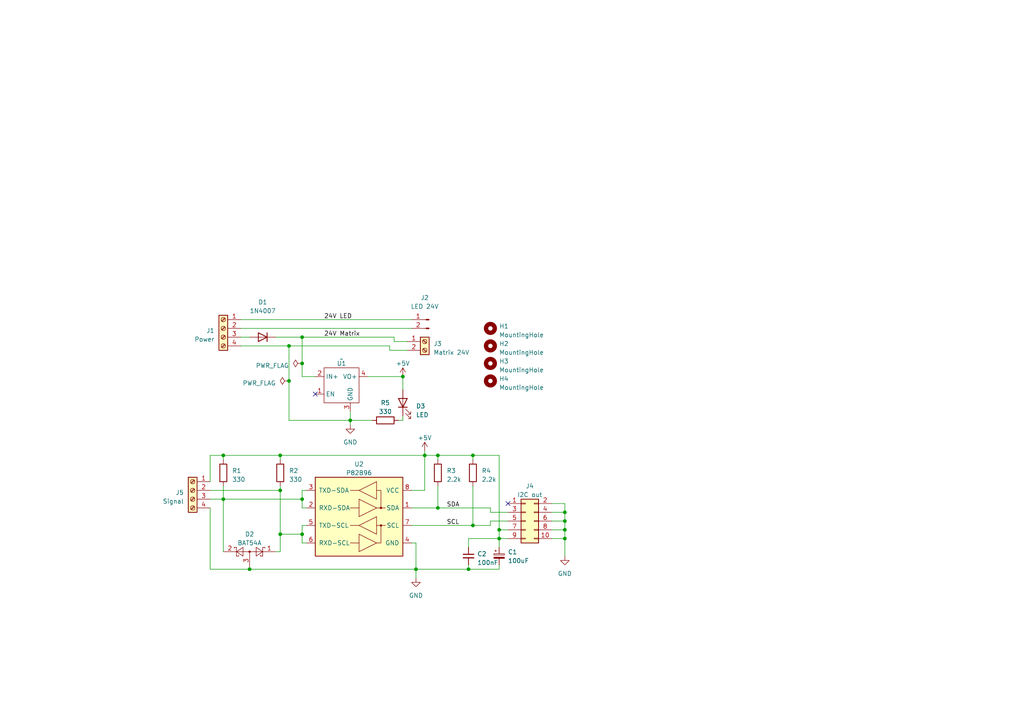
<source format=kicad_sch>
(kicad_sch (version 20230121) (generator eeschema)
  (paper "A4")
  (lib_symbols
    (symbol "Connector:Conn_01x02_Pin" (pin_names (offset 1.016) hide)
      (property "Reference" "J" (at 0 2.54 0))
      (property "Value" "Conn_01x02_Pin" (at 0 -5.08 0))
      (symbol "Conn_01x02_Pin_1_1"
        (polyline (pts (xy 1.27 -2.54) (xy 0.8636 -2.54)) (stroke (width 0.1524)))
        (polyline (pts (xy 1.27 0) (xy 0.8636 0)) (stroke (width 0.1524)))
        (rectangle (start 0.8636 -2.413) (end 0 -2.667) (stroke (width 0.1524)) (fill (type outline)))
        (rectangle (start 0.8636 0.127) (end 0 -0.127) (stroke (width 0.1524)) (fill (type outline)))
        (pin passive line (at 5.08 0 180) (length 3.81) (name "Pin_1") (number "1"))
        (pin passive line (at 5.08 -2.54 180) (length 3.81) (name "Pin_2") (number "2"))
      )
    )
    (symbol "Connector:Screw_Terminal_01x02" (pin_names (offset 1.016) hide)
      (property "Reference" "J" (at 0 2.54 0))
      (property "Value" "Screw_Terminal_01x02" (at 0 -5.08 0))
      (symbol "Screw_Terminal_01x02_1_1"
        (rectangle (start -1.27 1.27) (end 1.27 -3.81) (stroke (width 0.254)) (fill (type background)))
        (circle (center 0 -2.54) (radius 0.635) (stroke (width 0.1524)))
        (polyline (pts (xy -0.5334 -2.2098) (xy 0.3302 -3.048)) (stroke (width 0.1524)))
        (polyline (pts (xy -0.5334 0.3302) (xy 0.3302 -0.508)) (stroke (width 0.1524)))
        (polyline (pts (xy -0.3556 -2.032) (xy 0.508 -2.8702)) (stroke (width 0.1524)))
        (polyline (pts (xy -0.3556 0.508) (xy 0.508 -0.3302)) (stroke (width 0.1524)))
        (circle (center 0 0) (radius 0.635) (stroke (width 0.1524)))
        (pin passive line (at -5.08 0 0) (length 3.81) (name "Pin_1") (number "1"))
        (pin passive line (at -5.08 -2.54 0) (length 3.81) (name "Pin_2") (number "2"))
      )
    )
    (symbol "Connector:Screw_Terminal_01x04" (pin_names (offset 1.016) hide)
      (property "Reference" "J" (at 0 5.08 0))
      (property "Value" "Screw_Terminal_01x04" (at 0 -7.62 0))
      (symbol "Screw_Terminal_01x04_1_1"
        (rectangle (start -1.27 3.81) (end 1.27 -6.35) (stroke (width 0.254)) (fill (type background)))
        (circle (center 0 -5.08) (radius 0.635) (stroke (width 0.1524)))
        (circle (center 0 -2.54) (radius 0.635) (stroke (width 0.1524)))
        (polyline (pts (xy -0.5334 -4.7498) (xy 0.3302 -5.588)) (stroke (width 0.1524)))
        (polyline (pts (xy -0.5334 -2.2098) (xy 0.3302 -3.048)) (stroke (width 0.1524)))
        (polyline (pts (xy -0.5334 0.3302) (xy 0.3302 -0.508)) (stroke (width 0.1524)))
        (polyline (pts (xy -0.5334 2.8702) (xy 0.3302 2.032)) (stroke (width 0.1524)))
        (polyline (pts (xy -0.3556 -4.572) (xy 0.508 -5.4102)) (stroke (width 0.1524)))
        (polyline (pts (xy -0.3556 -2.032) (xy 0.508 -2.8702)) (stroke (width 0.1524)))
        (polyline (pts (xy -0.3556 0.508) (xy 0.508 -0.3302)) (stroke (width 0.1524)))
        (polyline (pts (xy -0.3556 3.048) (xy 0.508 2.2098)) (stroke (width 0.1524)))
        (circle (center 0 0) (radius 0.635) (stroke (width 0.1524)))
        (circle (center 0 2.54) (radius 0.635) (stroke (width 0.1524)))
        (pin passive line (at -5.08 2.54 0) (length 3.81) (name "Pin_1") (number "1"))
        (pin passive line (at -5.08 0 0) (length 3.81) (name "Pin_2") (number "2"))
        (pin passive line (at -5.08 -2.54 0) (length 3.81) (name "Pin_3") (number "3"))
        (pin passive line (at -5.08 -5.08 0) (length 3.81) (name "Pin_4") (number "4"))
      )
    )
    (symbol "Connector_Generic:Conn_02x05_Odd_Even" (pin_names (offset 1.016) hide)
      (property "Reference" "J" (at 1.27 7.62 0))
      (property "Value" "Conn_02x05_Odd_Even" (at 1.27 -7.62 0))
      (symbol "Conn_02x05_Odd_Even_1_1"
        (rectangle (start -1.27 -4.953) (end 0 -5.207) (stroke (width 0.1524)))
        (rectangle (start -1.27 -2.413) (end 0 -2.667) (stroke (width 0.1524)))
        (rectangle (start -1.27 0.127) (end 0 -0.127) (stroke (width 0.1524)))
        (rectangle (start -1.27 2.667) (end 0 2.413) (stroke (width 0.1524)))
        (rectangle (start -1.27 5.207) (end 0 4.953) (stroke (width 0.1524)))
        (rectangle (start -1.27 6.35) (end 3.81 -6.35) (stroke (width 0.254)) (fill (type background)))
        (rectangle (start 3.81 -4.953) (end 2.54 -5.207) (stroke (width 0.1524)))
        (rectangle (start 3.81 -2.413) (end 2.54 -2.667) (stroke (width 0.1524)))
        (rectangle (start 3.81 0.127) (end 2.54 -0.127) (stroke (width 0.1524)))
        (rectangle (start 3.81 2.667) (end 2.54 2.413) (stroke (width 0.1524)))
        (rectangle (start 3.81 5.207) (end 2.54 4.953) (stroke (width 0.1524)))
        (pin passive line (at -5.08 5.08 0) (length 3.81) (name "Pin_1") (number "1"))
        (pin passive line (at 7.62 -5.08 180) (length 3.81) (name "Pin_10") (number "10"))
        (pin passive line (at 7.62 5.08 180) (length 3.81) (name "Pin_2") (number "2"))
        (pin passive line (at -5.08 2.54 0) (length 3.81) (name "Pin_3") (number "3"))
        (pin passive line (at 7.62 2.54 180) (length 3.81) (name "Pin_4") (number "4"))
        (pin passive line (at -5.08 0 0) (length 3.81) (name "Pin_5") (number "5"))
        (pin passive line (at 7.62 0 180) (length 3.81) (name "Pin_6") (number "6"))
        (pin passive line (at -5.08 -2.54 0) (length 3.81) (name "Pin_7") (number "7"))
        (pin passive line (at 7.62 -2.54 180) (length 3.81) (name "Pin_8") (number "8"))
        (pin passive line (at -5.08 -5.08 0) (length 3.81) (name "Pin_9") (number "9"))
      )
    )
    (symbol "Device:C_Polarized_Small" (pin_numbers hide) (pin_names (offset 0.254) hide)
      (property "Reference" "C" (at 0.254 1.778 0))
      (property "Value" "C_Polarized_Small" (at 0.254 -2.032 0))
      (symbol "C_Polarized_Small_0_1"
        (rectangle (start -1.524 -0.3048) (end 1.524 -0.6858) (fill (type outline)))
        (rectangle (start -1.524 0.6858) (end 1.524 0.3048))
        (polyline (pts (xy -1.27 1.524) (xy -0.762 1.524)))
        (polyline (pts (xy -1.016 1.27) (xy -1.016 1.778)))
      )
      (symbol "C_Polarized_Small_1_1"
        (pin passive line (at 0 2.54 270) (length 1.8542) (name "~") (number "1"))
        (pin passive line (at 0 -2.54 90) (length 1.8542) (name "~") (number "2"))
      )
    )
    (symbol "Device:C_Small" (pin_numbers hide) (pin_names (offset 0.254) hide)
      (property "Reference" "C" (at 0.254 1.778 0))
      (property "Value" "C_Small" (at 0.254 -2.032 0))
      (symbol "C_Small_0_1"
        (polyline (pts (xy -1.524 -0.508) (xy 1.524 -0.508)) (stroke (width 0.3302)))
        (polyline (pts (xy -1.524 0.508) (xy 1.524 0.508)) (stroke (width 0.3048)))
      )
      (symbol "C_Small_1_1"
        (pin passive line (at 0 2.54 270) (length 2.032) (name "~") (number "1"))
        (pin passive line (at 0 -2.54 90) (length 2.032) (name "~") (number "2"))
      )
    )
    (symbol "Device:LED" (pin_numbers hide) (pin_names (offset 1.016) hide)
      (property "Reference" "D" (at 0 2.54 0))
      (property "Value" "LED" (at 0 -2.54 0))
      (symbol "LED_0_1"
        (polyline (pts (xy -1.27 -1.27) (xy -1.27 1.27)) (stroke (width 0.254)))
        (polyline (pts (xy -1.27 0) (xy 1.27 0)))
        (polyline (pts (xy 1.27 -1.27) (xy 1.27 1.27) (xy -1.27 0) (xy 1.27 -1.27)) (stroke (width 0.254)))
        (polyline (pts (xy -3.048 -0.762) (xy -4.572 -2.286) (xy -3.81 -2.286) (xy -4.572 -2.286) (xy -4.572 -1.524)))
        (polyline (pts (xy -1.778 -0.762) (xy -3.302 -2.286) (xy -2.54 -2.286) (xy -3.302 -2.286) (xy -3.302 -1.524)))
      )
      (symbol "LED_1_1"
        (pin passive line (at -3.81 0 0) (length 2.54) (name "K") (number "1"))
        (pin passive line (at 3.81 0 180) (length 2.54) (name "A") (number "2"))
      )
    )
    (symbol "Device:R" (pin_numbers hide) (pin_names (offset 0))
      (property "Reference" "R" (at 2.032 0 90))
      (property "Value" "R" (at 0 0 90))
      (symbol "R_0_1"
        (rectangle (start -1.016 -2.54) (end 1.016 2.54) (stroke (width 0.254)))
      )
      (symbol "R_1_1"
        (pin passive line (at 0 3.81 270) (length 1.27) (name "~") (number "1"))
        (pin passive line (at 0 -3.81 90) (length 1.27) (name "~") (number "2"))
      )
    )
    (symbol "Diode:1N4007" (pin_numbers hide) (pin_names hide)
      (property "Reference" "D" (at 0 2.54 0))
      (property "Value" "1N4007" (at 0 -2.54 0))
      (symbol "1N4007_0_1"
        (polyline (pts (xy -1.27 1.27) (xy -1.27 -1.27)) (stroke (width 0.254)))
        (polyline (pts (xy 1.27 0) (xy -1.27 0)))
        (polyline (pts (xy 1.27 1.27) (xy 1.27 -1.27) (xy -1.27 0) (xy 1.27 1.27)) (stroke (width 0.254)))
      )
      (symbol "1N4007_1_1"
        (pin passive line (at -3.81 0 0) (length 2.54) (name "K") (number "1"))
        (pin passive line (at 3.81 0 180) (length 2.54) (name "A") (number "2"))
      )
    )
    (symbol "Diode:BAT54A" (pin_names (offset 1.016))
      (property "Reference" "D" (at 0.635 -3.81 0))
      (property "Value" "BAT54A" (at -6.35 3.175 0))
      (symbol "BAT54A_0_1"
        (polyline (pts (xy -4.445 1.27) (xy -4.445 1.016)))
        (polyline (pts (xy -3.81 -1.27) (xy -3.81 1.27)))
        (polyline (pts (xy -3.81 -1.27) (xy -3.175 -1.27)))
        (polyline (pts (xy -3.81 0) (xy -1.27 0)))
        (polyline (pts (xy -3.81 1.27) (xy -4.445 1.27)))
        (polyline (pts (xy -3.175 -1.27) (xy -3.175 -1.016)))
        (polyline (pts (xy -1.905 0) (xy 1.905 0)))
        (polyline (pts (xy 1.27 0) (xy 3.81 0)))
        (polyline (pts (xy 3.175 -1.27) (xy 3.175 -1.016)))
        (polyline (pts (xy 3.81 -1.27) (xy 3.175 -1.27)))
        (polyline (pts (xy 3.81 -1.27) (xy 3.81 1.27)))
        (polyline (pts (xy 3.81 1.27) (xy 4.445 1.27)))
        (polyline (pts (xy 4.445 1.27) (xy 4.445 1.016)))
        (polyline (pts (xy -1.905 1.27) (xy -1.905 -1.27) (xy -3.81 0) (xy -1.905 1.27)))
        (polyline (pts (xy 1.905 1.27) (xy 1.905 -1.27) (xy 3.81 0) (xy 1.905 1.27)))
        (circle (center 0 0) (radius 0.254) (fill (type outline)))
      )
      (symbol "BAT54A_1_1"
        (pin passive line (at -7.62 0 0) (length 3.81) (name "~") (number "1"))
        (pin passive line (at 7.62 0 180) (length 3.81) (name "~") (number "2"))
        (pin passive line (at 0 -5.08 90) (length 5.08) (name "~") (number "3"))
      )
    )
    (symbol "Interface_Expansion:P82B96" (pin_names (offset 1.016))
      (property "Reference" "U" (at -12.7 12.7 0))
      (property "Value" "P82B96" (at 5.08 12.7 0))
      (symbol "P82B96_0_1"
        (rectangle (start -12.7 11.43) (end 12.7 -11.43) (stroke (width 0.254)) (fill (type background)))
        (circle (center -6.35 -2.54) (radius 0.127))
        (circle (center -6.35 -2.54) (radius 0.254))
        (circle (center -6.35 2.54) (radius 0.127))
        (circle (center -6.35 2.54) (radius 0.254))
        (polyline (pts (xy -5.08 -2.54) (xy -7.62 -2.54)))
        (polyline (pts (xy 0 -7.62) (xy 2.54 -7.62)))
        (polyline (pts (xy 0 -2.54) (xy 2.54 -2.54)))
        (polyline (pts (xy -5.08 -7.62) (xy -6.35 -7.62) (xy -6.35 -2.54)))
        (polyline (pts (xy -5.08 2.54) (xy -7.62 2.54) (xy -7.62 2.54)))
        (polyline (pts (xy 0 7.62) (xy 2.54 7.62) (xy 2.54 7.62)))
        (polyline (pts (xy 2.54 2.54) (xy 0 2.54) (xy 0 2.54)))
        (polyline (pts (xy -6.35 2.54) (xy -6.35 7.62) (xy -5.08 7.62) (xy -5.08 7.62)))
        (polyline (pts (xy -5.08 0) (xy -5.08 -5.08) (xy 0 -2.54) (xy -5.08 0) (xy -5.08 0)))
        (polyline (pts (xy -5.08 10.16) (xy -5.08 5.08) (xy 0 7.62) (xy -5.08 10.16) (xy -5.08 10.16)))
        (polyline (pts (xy 0 -5.08) (xy -5.08 -7.62) (xy 0 -10.16) (xy 0 -5.08) (xy 0 -5.08)))
        (polyline (pts (xy 0 5.08) (xy -5.08 2.54) (xy 0 0) (xy 0 5.08) (xy 0 5.08)))
      )
      (symbol "P82B96_1_1"
        (pin bidirectional line (at -15.24 2.54 0) (length 2.54) (name "SDA") (number "1"))
        (pin input line (at 15.24 2.54 180) (length 2.54) (name "RXD-SDA") (number "2"))
        (pin output line (at 15.24 7.62 180) (length 2.54) (name "TXD-SDA") (number "3"))
        (pin power_in line (at -15.24 -7.62 0) (length 2.54) (name "GND") (number "4"))
        (pin output line (at 15.24 -2.54 180) (length 2.54) (name "TXD-SCL") (number "5"))
        (pin input line (at 15.24 -7.62 180) (length 2.54) (name "RXD-SCL") (number "6"))
        (pin bidirectional line (at -15.24 -2.54 0) (length 2.54) (name "SCL") (number "7"))
        (pin power_in line (at -15.24 7.62 0) (length 2.54) (name "VCC") (number "8"))
      )
    )
    (symbol "Mechanical:MountingHole" (pin_names (offset 1.016))
      (property "Reference" "H" (at 0 5.08 0))
      (property "Value" "MountingHole" (at 0 3.175 0))
      (symbol "MountingHole_0_1"
        (circle (center 0 0) (radius 1.27) (stroke (width 1.27)))
      )
    )
    (symbol "VictorLib:Min_DC-DC"
      (property "Reference" "U" (at 0 0 0))
      (symbol "Min_DC-DC_0_1"
        (rectangle (start -5.08 -2.54) (end 5.08 -12.7))
      )
      (symbol "Min_DC-DC_1_1"
        (pin input line (at -7.62 -10.16 0) (length 2.54) (name "EN") (number "1"))
        (pin power_in line (at -7.62 -5.08 0) (length 2.54) (name "IN+") (number "2"))
        (pin power_in line (at 2.54 -15.24 90) (length 2.54) (name "GND") (number "3"))
        (pin power_out line (at 7.62 -5.08 180) (length 2.54) (name "VO+") (number "4"))
      )
    )
    (symbol "power:+5V" (power) (pin_names (offset 0))
      (property "Value" "+5V" (at 0 3.556 0))
      (symbol "+5V_0_1"
        (polyline (pts (xy -0.762 1.27) (xy 0 2.54)))
        (polyline (pts (xy 0 0) (xy 0 2.54)))
        (polyline (pts (xy 0 2.54) (xy 0.762 1.27)))
      )
      (symbol "+5V_1_1"
        (pin power_in line (at 0 0 90) (length 0) hide (name "+5V") (number "1"))
      )
    )
    (symbol "power:GND" (power) (pin_names (offset 0))
      (property "Value" "GND" (at 0 -3.81 0))
      (symbol "GND_0_1"
        (polyline (pts (xy 0 0) (xy 0 -1.27) (xy 1.27 -1.27) (xy 0 -2.54) (xy -1.27 -1.27) (xy 0 -1.27)))
      )
      (symbol "GND_1_1"
        (pin power_in line (at 0 0 270) (length 0) hide (name "GND") (number "1"))
      )
    )
    (symbol "power:PWR_FLAG" (power) (pin_numbers hide) (pin_names (offset 0) hide)
      (property "Value" "PWR_FLAG" (at 0 3.81 0))
      (symbol "PWR_FLAG_0_0"
        (pin power_out line (at 0 0 90) (length 0) (name "pwr") (number "1"))
      )
      (symbol "PWR_FLAG_0_1"
        (polyline (pts (xy 0 0) (xy 0 1.27) (xy -1.016 1.905) (xy 0 2.54) (xy 1.016 1.905) (xy 0 1.27)))
      )
    )
  )
  (junction (at 163.83 156.21))
  (junction (at 87.63 144.78))
  (junction (at 144.78 153.67))
  (junction (at 123.19 132.08))
  (junction (at 72.39 165.1))
  (junction (at 135.89 165.1))
  (junction (at 64.77 132.08))
  (junction (at 116.84 109.22))
  (junction (at 137.16 152.4))
  (junction (at 163.83 148.59))
  (junction (at 83.82 110.49))
  (junction (at 101.6 121.92))
  (junction (at 144.78 156.21))
  (junction (at 163.83 151.13))
  (junction (at 81.28 154.94))
  (junction (at 87.63 97.79))
  (junction (at 87.63 154.94))
  (junction (at 87.63 105.41))
  (junction (at 127 147.32))
  (junction (at 137.16 132.08))
  (junction (at 81.28 142.24))
  (junction (at 64.77 144.78))
  (junction (at 120.65 165.1))
  (junction (at 81.28 132.08))
  (junction (at 127 132.08))
  (junction (at 163.83 153.67))
  (junction (at 83.82 100.33))
  (no_connect (at 91.44 114.3))
  (no_connect (at 147.32 146.05))
  (wire (pts (xy 60.96 132.08) (xy 64.77 132.08)))
  (wire (pts (xy 64.77 144.78) (xy 64.77 160.02)))
  (wire (pts (xy 127 132.08) (xy 127 133.35)))
  (wire (pts (xy 137.16 132.08) (xy 137.16 133.35)))
  (wire (pts (xy 114.3 99.06) (xy 118.11 99.06)))
  (wire (pts (xy 160.02 146.05) (xy 163.83 146.05)))
  (wire (pts (xy 142.24 148.59) (xy 147.32 148.59)))
  (wire (pts (xy 135.89 163.83) (xy 135.89 165.1)))
  (wire (pts (xy 69.85 100.33) (xy 83.82 100.33)))
  (wire (pts (xy 144.78 165.1) (xy 144.78 163.83)))
  (wire (pts (xy 160.02 151.13) (xy 163.83 151.13)))
  (wire (pts (xy 87.63 144.78) (xy 87.63 147.32)))
  (wire (pts (xy 87.63 142.24) (xy 87.63 144.78)))
  (wire (pts (xy 81.28 142.24) (xy 81.28 154.94)))
  (wire (pts (xy 64.77 132.08) (xy 81.28 132.08)))
  (wire (pts (xy 88.9 152.4) (xy 87.63 152.4)))
  (wire (pts (xy 163.83 153.67) (xy 163.83 156.21)))
  (wire (pts (xy 81.28 132.08) (xy 123.19 132.08)))
  (wire (pts (xy 135.89 165.1) (xy 144.78 165.1)))
  (wire (pts (xy 144.78 132.08) (xy 144.78 153.67)))
  (wire (pts (xy 87.63 109.22) (xy 91.44 109.22)))
  (wire (pts (xy 160.02 148.59) (xy 163.83 148.59)))
  (wire (pts (xy 83.82 110.49) (xy 83.82 121.92)))
  (wire (pts (xy 83.82 100.33) (xy 83.82 110.49)))
  (wire (pts (xy 60.96 165.1) (xy 72.39 165.1)))
  (wire (pts (xy 116.84 121.92) (xy 116.84 120.65)))
  (wire (pts (xy 81.28 140.97) (xy 81.28 142.24)))
  (wire (pts (xy 127 140.97) (xy 127 147.32)))
  (wire (pts (xy 81.28 132.08) (xy 81.28 133.35)))
  (wire (pts (xy 123.19 142.24) (xy 119.38 142.24)))
  (wire (pts (xy 114.3 97.79) (xy 114.3 99.06)))
  (wire (pts (xy 87.63 142.24) (xy 88.9 142.24)))
  (wire (pts (xy 163.83 156.21) (xy 163.83 161.29)))
  (wire (pts (xy 113.03 100.33) (xy 113.03 101.6)))
  (wire (pts (xy 144.78 156.21) (xy 144.78 153.67)))
  (wire (pts (xy 60.96 132.08) (xy 60.96 139.7)))
  (wire (pts (xy 60.96 142.24) (xy 81.28 142.24)))
  (wire (pts (xy 101.6 121.92) (xy 83.82 121.92)))
  (wire (pts (xy 80.01 97.79) (xy 87.63 97.79)))
  (wire (pts (xy 163.83 146.05) (xy 163.83 148.59)))
  (wire (pts (xy 64.77 144.78) (xy 87.63 144.78)))
  (wire (pts (xy 137.16 132.08) (xy 144.78 132.08)))
  (wire (pts (xy 123.19 132.08) (xy 123.19 142.24)))
  (wire (pts (xy 142.24 147.32) (xy 142.24 148.59)))
  (wire (pts (xy 106.68 109.22) (xy 116.84 109.22)))
  (wire (pts (xy 119.38 152.4) (xy 137.16 152.4)))
  (wire (pts (xy 127 132.08) (xy 137.16 132.08)))
  (wire (pts (xy 163.83 148.59) (xy 163.83 151.13)))
  (wire (pts (xy 87.63 97.79) (xy 87.63 105.41)))
  (wire (pts (xy 87.63 154.94) (xy 87.63 152.4)))
  (wire (pts (xy 60.96 144.78) (xy 64.77 144.78)))
  (wire (pts (xy 119.38 147.32) (xy 127 147.32)))
  (wire (pts (xy 163.83 151.13) (xy 163.83 153.67)))
  (wire (pts (xy 87.63 97.79) (xy 114.3 97.79)))
  (wire (pts (xy 64.77 140.97) (xy 64.77 144.78)))
  (wire (pts (xy 69.85 95.25) (xy 119.38 95.25)))
  (wire (pts (xy 83.82 100.33) (xy 113.03 100.33)))
  (wire (pts (xy 142.24 152.4) (xy 142.24 151.13)))
  (wire (pts (xy 101.6 121.92) (xy 107.95 121.92)))
  (wire (pts (xy 147.32 156.21) (xy 144.78 156.21)))
  (wire (pts (xy 87.63 154.94) (xy 87.63 157.48)))
  (wire (pts (xy 64.77 133.35) (xy 64.77 132.08)))
  (wire (pts (xy 135.89 156.21) (xy 135.89 158.75)))
  (wire (pts (xy 81.28 154.94) (xy 81.28 160.02)))
  (wire (pts (xy 144.78 153.67) (xy 147.32 153.67)))
  (wire (pts (xy 69.85 92.71) (xy 119.38 92.71)))
  (wire (pts (xy 137.16 152.4) (xy 142.24 152.4)))
  (wire (pts (xy 137.16 140.97) (xy 137.16 152.4)))
  (wire (pts (xy 101.6 121.92) (xy 101.6 123.19)))
  (wire (pts (xy 120.65 165.1) (xy 120.65 167.64)))
  (wire (pts (xy 81.28 160.02) (xy 80.01 160.02)))
  (wire (pts (xy 116.84 109.22) (xy 116.84 113.03)))
  (wire (pts (xy 88.9 147.32) (xy 87.63 147.32)))
  (wire (pts (xy 115.57 121.92) (xy 116.84 121.92)))
  (wire (pts (xy 120.65 157.48) (xy 119.38 157.48)))
  (wire (pts (xy 69.85 97.79) (xy 72.39 97.79)))
  (wire (pts (xy 60.96 165.1) (xy 60.96 147.32)))
  (wire (pts (xy 142.24 151.13) (xy 147.32 151.13)))
  (wire (pts (xy 87.63 157.48) (xy 88.9 157.48)))
  (wire (pts (xy 160.02 156.21) (xy 163.83 156.21)))
  (wire (pts (xy 144.78 156.21) (xy 144.78 158.75)))
  (wire (pts (xy 120.65 165.1) (xy 135.89 165.1)))
  (wire (pts (xy 72.39 165.1) (xy 120.65 165.1)))
  (wire (pts (xy 101.6 119.38) (xy 101.6 121.92)))
  (wire (pts (xy 127 147.32) (xy 142.24 147.32)))
  (wire (pts (xy 123.19 130.81) (xy 123.19 132.08)))
  (wire (pts (xy 160.02 153.67) (xy 163.83 153.67)))
  (wire (pts (xy 87.63 105.41) (xy 87.63 109.22)))
  (wire (pts (xy 144.78 156.21) (xy 135.89 156.21)))
  (wire (pts (xy 113.03 101.6) (xy 118.11 101.6)))
  (wire (pts (xy 120.65 157.48) (xy 120.65 165.1)))
  (wire (pts (xy 123.19 132.08) (xy 127 132.08)))
  (wire (pts (xy 81.28 154.94) (xy 87.63 154.94)))
  (label "24V Matrix" (at 93.98 97.79 0))
  (label "SDA" (at 129.54 147.32 0))
  (label "SCL" (at 129.54 152.4 0))
  (label "24V LED" (at 93.98 92.71 0))
  (symbol (lib_id "VictorLib:Min_DC-DC") (at 99.06 104.14 0) (unit 1)
    (property "Reference" "U1" (at 99.06 105.41 0))
    (property "Value" "~" (at 99.06 104.14 0))
    (property "Footprint" "VictorLib:Mini DC-DC" (effects hide))
  )
  (symbol (lib_id "power:+5V") (at 116.84 109.22 0) (unit 1)
    (property "Reference" "#PWR02" (effects hide))
    (property "Value" "+5V" (at 116.84 105.41 0))
  )
  (symbol (lib_id "Diode:1N4007") (at 76.2 97.79 180) (unit 1)
    (property "Reference" "D1" (at 76.2 87.63 0))
    (property "Value" "1N4007" (at 76.2 90.17 0))
    (property "Footprint" "Diode_THT:D_DO-41_SOD81_P10.16mm_Horizontal" (effects hide))
    (property "Datasheet" "http://www.vishay.com/docs/88503/1n4001.pdf" (effects hide))
    (property "Sim.Device" "D" (effects hide))
    (property "Sim.Pins" "1=K 2=A" (effects hide))
  )
  (symbol (lib_id "power:PWR_FLAG") (at 83.82 110.49 90) (unit 1)
    (property "Reference" "#FLG01" (effects hide))
    (property "Value" "PWR_FLAG" (at 80.01 111.125 90) (effects (justify left)))
  )
  (symbol (lib_id "Mechanical:MountingHole") (at 142.24 110.49 0) (unit 1)
    (property "Reference" "H4" (at 144.78 109.855 0) (effects (justify left)))
    (property "Value" "MountingHole" (at 144.78 112.395 0) (effects (justify left)))
    (property "Footprint" "MountingHole:MountingHole_3.2mm_M3_DIN965" (effects hide))
  )
  (symbol (lib_id "Device:R") (at 81.28 137.16 0) (unit 1)
    (property "Reference" "R2" (at 83.82 136.525 0) (effects (justify left)))
    (property "Value" "330" (at 83.82 139.065 0) (effects (justify left)))
    (property "Footprint" "Resistor_SMD:R_1206_3216Metric" (effects hide))
  )
  (symbol (lib_id "Device:R") (at 64.77 137.16 0) (unit 1)
    (property "Reference" "R1" (at 67.31 136.525 0) (effects (justify left)))
    (property "Value" "330" (at 67.31 139.065 0) (effects (justify left)))
    (property "Footprint" "Resistor_SMD:R_1206_3216Metric" (effects hide))
  )
  (symbol (lib_id "power:GND") (at 163.83 161.29 0) (unit 1)
    (property "Reference" "#PWR05" (effects hide))
    (property "Value" "GND" (at 163.83 166.37 0))
  )
  (symbol (lib_id "power:PWR_FLAG") (at 87.63 105.41 90) (unit 1)
    (property "Reference" "#FLG02" (effects hide))
    (property "Value" "PWR_FLAG" (at 83.82 106.045 90) (effects (justify left)))
  )
  (symbol (lib_id "Device:R") (at 127 137.16 0) (unit 1)
    (property "Reference" "R3" (at 129.54 136.525 0) (effects (justify left)))
    (property "Value" "2.2k" (at 129.54 139.065 0) (effects (justify left)))
    (property "Footprint" "Resistor_SMD:R_1206_3216Metric" (effects hide))
  )
  (symbol (lib_id "Device:R") (at 111.76 121.92 90) (unit 1)
    (property "Reference" "R5" (at 111.76 116.84 90))
    (property "Value" "330" (at 111.76 119.38 90))
    (property "Footprint" "Resistor_SMD:R_1206_3216Metric" (effects hide))
  )
  (symbol (lib_id "Device:C_Polarized_Small") (at 144.78 161.29 0) (unit 1)
    (property "Reference" "C1" (at 147.32 160.1089 0) (effects (justify left)))
    (property "Value" "100uF" (at 147.32 162.6489 0) (effects (justify left)))
    (property "Footprint" "Capacitor_THT:CP_Radial_D8.0mm_P3.50mm" (effects hide))
  )
  (symbol (lib_id "Mechanical:MountingHole") (at 142.24 95.25 0) (unit 1)
    (property "Reference" "H1" (at 144.78 94.615 0) (effects (justify left)))
    (property "Value" "MountingHole" (at 144.78 97.155 0) (effects (justify left)))
    (property "Footprint" "MountingHole:MountingHole_3.2mm_M3_DIN965" (effects hide))
  )
  (symbol (lib_id "Connector:Screw_Terminal_01x04") (at 55.88 142.24 0) (mirror y) (unit 1)
    (property "Reference" "J5" (at 53.34 142.875 0) (effects (justify left)))
    (property "Value" "Signal" (at 53.34 145.415 0) (effects (justify left)))
    (property "Footprint" "Connector_JST:JST_EH_B4B-EH-A_1x04_P2.50mm_Vertical" (effects hide))
  )
  (symbol (lib_id "power:+5V") (at 123.19 130.81 0) (unit 1)
    (property "Reference" "#PWR03" (effects hide))
    (property "Value" "+5V" (at 123.19 127 0))
  )
  (symbol (lib_id "Device:LED") (at 116.84 116.84 90) (unit 1)
    (property "Reference" "D3" (at 120.65 117.7925 90) (effects (justify right)))
    (property "Value" "LED" (at 120.65 120.3325 90) (effects (justify right)))
    (property "Footprint" "LED_SMD:LED_0805_2012Metric" (effects hide))
  )
  (symbol (lib_id "Device:C_Small") (at 135.89 161.29 0) (unit 1)
    (property "Reference" "C2" (at 138.43 160.6613 0) (effects (justify left)))
    (property "Value" "100nF" (at 138.43 163.2013 0) (effects (justify left)))
    (property "Footprint" "Capacitor_SMD:C_1206_3216Metric" (effects hide))
  )
  (symbol (lib_id "Connector_Generic:Conn_02x05_Odd_Even") (at 152.4 151.13 0) (unit 1)
    (property "Reference" "J4" (at 153.67 140.97 0))
    (property "Value" "I2C out" (at 153.67 143.51 0))
    (property "Footprint" "Connector_IDC:IDC-Header_2x05_P2.54mm_Vertical" (effects hide))
  )
  (symbol (lib_id "Device:R") (at 137.16 137.16 0) (unit 1)
    (property "Reference" "R4" (at 139.7 136.525 0) (effects (justify left)))
    (property "Value" "2.2k" (at 139.7 139.065 0) (effects (justify left)))
    (property "Footprint" "Resistor_SMD:R_1206_3216Metric" (effects hide))
  )
  (symbol (lib_id "Connector:Screw_Terminal_01x04") (at 64.77 95.25 0) (mirror y) (unit 1)
    (property "Reference" "J1" (at 62.23 95.885 0) (effects (justify left)))
    (property "Value" "Power" (at 62.23 98.425 0) (effects (justify left)))
    (property "Footprint" "TerminalBlock:TerminalBlock_bornier-4_P5.08mm" (effects hide))
  )
  (symbol (lib_id "Mechanical:MountingHole") (at 142.24 100.33 0) (unit 1)
    (property "Reference" "H2" (at 144.78 99.695 0) (effects (justify left)))
    (property "Value" "MountingHole" (at 144.78 102.235 0) (effects (justify left)))
    (property "Footprint" "MountingHole:MountingHole_3.2mm_M3_DIN965" (effects hide))
  )
  (symbol (lib_id "Interface_Expansion:P82B96") (at 104.14 149.86 0) (mirror y) (unit 1)
    (property "Reference" "U2" (at 104.14 134.62 0))
    (property "Value" "P82B96" (at 104.14 137.16 0))
    (property "Footprint" "Package_SO:SOIC-8_3.9x4.9mm_P1.27mm" (effects hide))
    (property "Datasheet" "http://www.nxp.com/documents/data_sheet/P82B96.pdf" (effects hide))
  )
  (symbol (lib_id "power:GND") (at 101.6 123.19 0) (unit 1)
    (property "Reference" "#PWR01" (effects hide))
    (property "Value" "GND" (at 101.6 128.27 0))
  )
  (symbol (lib_id "Mechanical:MountingHole") (at 142.24 105.41 0) (unit 1)
    (property "Reference" "H3" (at 144.78 104.775 0) (effects (justify left)))
    (property "Value" "MountingHole" (at 144.78 107.315 0) (effects (justify left)))
    (property "Footprint" "MountingHole:MountingHole_3.2mm_M3_DIN965" (effects hide))
  )
  (symbol (lib_id "Connector:Conn_01x02_Pin") (at 124.46 92.71 0) (mirror y) (unit 1)
    (property "Reference" "J2" (at 123.19 86.36 0))
    (property "Value" "LED 24V" (at 123.19 88.9 0))
    (property "Footprint" "Connector_Molex:Molex_KK-396_A-41791-0002_1x02_P3.96mm_Vertical" (effects hide))
  )
  (symbol (lib_id "Connector:Screw_Terminal_01x02") (at 123.19 99.06 0) (unit 1)
    (property "Reference" "J3" (at 125.73 99.695 0) (effects (justify left)))
    (property "Value" "Matrix 24V" (at 125.73 102.235 0) (effects (justify left)))
    (property "Footprint" "TerminalBlock:TerminalBlock_bornier-2_P5.08mm" (effects hide))
  )
  (symbol (lib_id "power:GND") (at 120.65 167.64 0) (unit 1)
    (property "Reference" "#PWR04" (effects hide))
    (property "Value" "GND" (at 120.65 172.72 0))
  )
  (symbol (lib_id "Diode:BAT54A") (at 72.39 160.02 0) (mirror y) (unit 1)
    (property "Reference" "D2" (at 72.39 154.94 0))
    (property "Value" "BAT54A" (at 72.39 157.48 0))
    (property "Footprint" "Package_TO_SOT_SMD:SOT-23" (effects hide))
    (property "Datasheet" "http://www.diodes.com/_files/datasheets/ds11005.pdf" (effects hide))
  )
)
</source>
